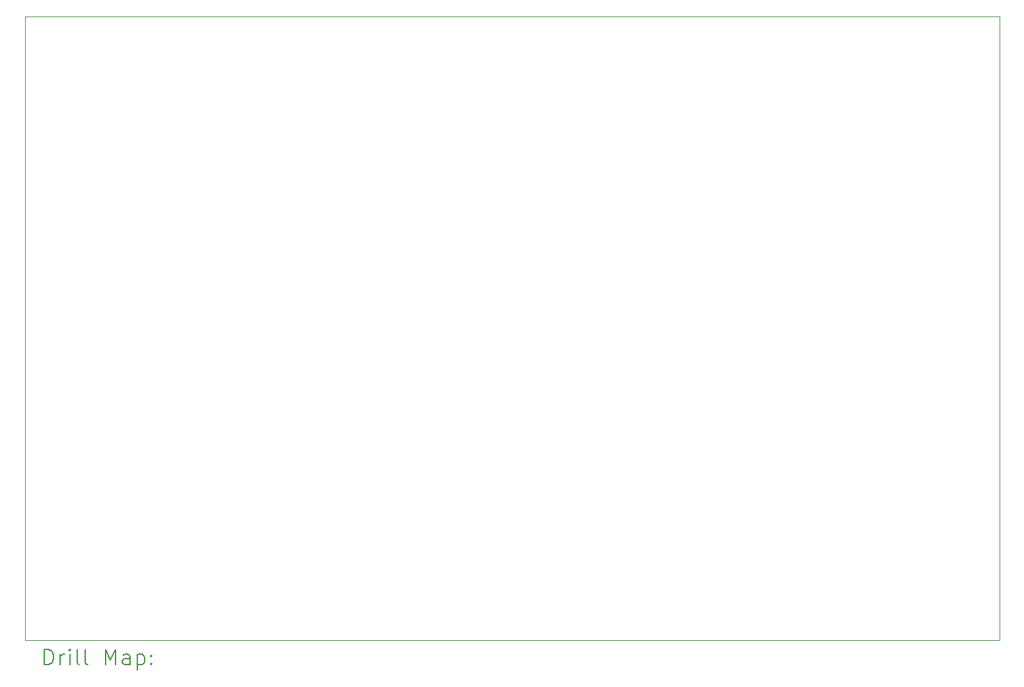
<source format=gbr>
%TF.GenerationSoftware,KiCad,Pcbnew,6.0.11+dfsg-1*%
%TF.CreationDate,2024-04-17T23:54:50+03:00*%
%TF.ProjectId,remote,72656d6f-7465-42e6-9b69-6361645f7063,rev?*%
%TF.SameCoordinates,Original*%
%TF.FileFunction,Drillmap*%
%TF.FilePolarity,Positive*%
%FSLAX45Y45*%
G04 Gerber Fmt 4.5, Leading zero omitted, Abs format (unit mm)*
G04 Created by KiCad (PCBNEW 6.0.11+dfsg-1) date 2024-04-17 23:54:50*
%MOMM*%
%LPD*%
G01*
G04 APERTURE LIST*
%ADD10C,0.100000*%
%ADD11C,0.200000*%
G04 APERTURE END LIST*
D10*
X4900000Y-9700000D02*
X17400000Y-9700000D01*
X17400000Y-9700000D02*
X17400000Y-17700000D01*
X17400000Y-17700000D02*
X4900000Y-17700000D01*
X4900000Y-17700000D02*
X4900000Y-9700000D01*
D11*
X5152619Y-18015476D02*
X5152619Y-17815476D01*
X5200238Y-17815476D01*
X5228810Y-17825000D01*
X5247857Y-17844048D01*
X5257381Y-17863095D01*
X5266905Y-17901190D01*
X5266905Y-17929762D01*
X5257381Y-17967857D01*
X5247857Y-17986905D01*
X5228810Y-18005952D01*
X5200238Y-18015476D01*
X5152619Y-18015476D01*
X5352619Y-18015476D02*
X5352619Y-17882143D01*
X5352619Y-17920238D02*
X5362143Y-17901190D01*
X5371667Y-17891667D01*
X5390714Y-17882143D01*
X5409762Y-17882143D01*
X5476429Y-18015476D02*
X5476429Y-17882143D01*
X5476429Y-17815476D02*
X5466905Y-17825000D01*
X5476429Y-17834524D01*
X5485952Y-17825000D01*
X5476429Y-17815476D01*
X5476429Y-17834524D01*
X5600238Y-18015476D02*
X5581190Y-18005952D01*
X5571667Y-17986905D01*
X5571667Y-17815476D01*
X5705000Y-18015476D02*
X5685952Y-18005952D01*
X5676428Y-17986905D01*
X5676428Y-17815476D01*
X5933571Y-18015476D02*
X5933571Y-17815476D01*
X6000238Y-17958333D01*
X6066905Y-17815476D01*
X6066905Y-18015476D01*
X6247857Y-18015476D02*
X6247857Y-17910714D01*
X6238333Y-17891667D01*
X6219286Y-17882143D01*
X6181190Y-17882143D01*
X6162143Y-17891667D01*
X6247857Y-18005952D02*
X6228809Y-18015476D01*
X6181190Y-18015476D01*
X6162143Y-18005952D01*
X6152619Y-17986905D01*
X6152619Y-17967857D01*
X6162143Y-17948810D01*
X6181190Y-17939286D01*
X6228809Y-17939286D01*
X6247857Y-17929762D01*
X6343095Y-17882143D02*
X6343095Y-18082143D01*
X6343095Y-17891667D02*
X6362143Y-17882143D01*
X6400238Y-17882143D01*
X6419286Y-17891667D01*
X6428809Y-17901190D01*
X6438333Y-17920238D01*
X6438333Y-17977381D01*
X6428809Y-17996429D01*
X6419286Y-18005952D01*
X6400238Y-18015476D01*
X6362143Y-18015476D01*
X6343095Y-18005952D01*
X6524048Y-17996429D02*
X6533571Y-18005952D01*
X6524048Y-18015476D01*
X6514524Y-18005952D01*
X6524048Y-17996429D01*
X6524048Y-18015476D01*
X6524048Y-17891667D02*
X6533571Y-17901190D01*
X6524048Y-17910714D01*
X6514524Y-17901190D01*
X6524048Y-17891667D01*
X6524048Y-17910714D01*
M02*

</source>
